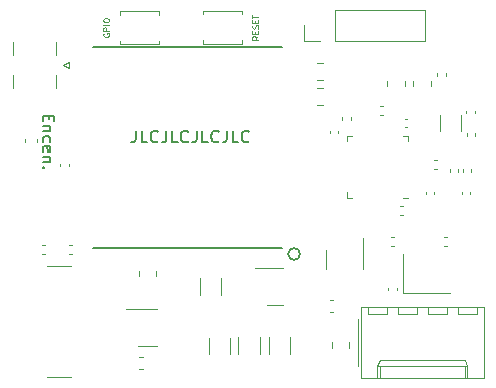
<source format=gbr>
%TF.GenerationSoftware,KiCad,Pcbnew,(6.0.1)*%
%TF.CreationDate,2023-03-02T19:10:53-05:00*%
%TF.ProjectId,PCBFiles_Gateway,50434246-696c-4657-935f-476174657761,rev?*%
%TF.SameCoordinates,Original*%
%TF.FileFunction,Legend,Top*%
%TF.FilePolarity,Positive*%
%FSLAX46Y46*%
G04 Gerber Fmt 4.6, Leading zero omitted, Abs format (unit mm)*
G04 Created by KiCad (PCBNEW (6.0.1)) date 2023-03-02 19:10:53*
%MOMM*%
%LPD*%
G01*
G04 APERTURE LIST*
%ADD10C,0.100000*%
%ADD11C,0.200000*%
%ADD12C,0.120000*%
%ADD13C,0.150000*%
G04 APERTURE END LIST*
D10*
X134150000Y-83950000D02*
X134126190Y-83997619D01*
X134126190Y-84069047D01*
X134150000Y-84140476D01*
X134197619Y-84188095D01*
X134245238Y-84211904D01*
X134340476Y-84235714D01*
X134411904Y-84235714D01*
X134507142Y-84211904D01*
X134554761Y-84188095D01*
X134602380Y-84140476D01*
X134626190Y-84069047D01*
X134626190Y-84021428D01*
X134602380Y-83950000D01*
X134578571Y-83926190D01*
X134411904Y-83926190D01*
X134411904Y-84021428D01*
X134626190Y-83711904D02*
X134126190Y-83711904D01*
X134126190Y-83521428D01*
X134150000Y-83473809D01*
X134173809Y-83450000D01*
X134221428Y-83426190D01*
X134292857Y-83426190D01*
X134340476Y-83450000D01*
X134364285Y-83473809D01*
X134388095Y-83521428D01*
X134388095Y-83711904D01*
X134626190Y-83211904D02*
X134126190Y-83211904D01*
X134126190Y-82878571D02*
X134126190Y-82783333D01*
X134150000Y-82735714D01*
X134197619Y-82688095D01*
X134292857Y-82664285D01*
X134459523Y-82664285D01*
X134554761Y-82688095D01*
X134602380Y-82735714D01*
X134626190Y-82783333D01*
X134626190Y-82878571D01*
X134602380Y-82926190D01*
X134554761Y-82973809D01*
X134459523Y-82997619D01*
X134292857Y-82997619D01*
X134197619Y-82973809D01*
X134150000Y-82926190D01*
X134126190Y-82878571D01*
D11*
X136880952Y-92162380D02*
X136880952Y-92876666D01*
X136833333Y-93019523D01*
X136738095Y-93114761D01*
X136595238Y-93162380D01*
X136500000Y-93162380D01*
X137833333Y-93162380D02*
X137357142Y-93162380D01*
X137357142Y-92162380D01*
X138738095Y-93067142D02*
X138690476Y-93114761D01*
X138547619Y-93162380D01*
X138452380Y-93162380D01*
X138309523Y-93114761D01*
X138214285Y-93019523D01*
X138166666Y-92924285D01*
X138119047Y-92733809D01*
X138119047Y-92590952D01*
X138166666Y-92400476D01*
X138214285Y-92305238D01*
X138309523Y-92210000D01*
X138452380Y-92162380D01*
X138547619Y-92162380D01*
X138690476Y-92210000D01*
X138738095Y-92257619D01*
X139452380Y-92162380D02*
X139452380Y-92876666D01*
X139404761Y-93019523D01*
X139309523Y-93114761D01*
X139166666Y-93162380D01*
X139071428Y-93162380D01*
X140404761Y-93162380D02*
X139928571Y-93162380D01*
X139928571Y-92162380D01*
X141309523Y-93067142D02*
X141261904Y-93114761D01*
X141119047Y-93162380D01*
X141023809Y-93162380D01*
X140880952Y-93114761D01*
X140785714Y-93019523D01*
X140738095Y-92924285D01*
X140690476Y-92733809D01*
X140690476Y-92590952D01*
X140738095Y-92400476D01*
X140785714Y-92305238D01*
X140880952Y-92210000D01*
X141023809Y-92162380D01*
X141119047Y-92162380D01*
X141261904Y-92210000D01*
X141309523Y-92257619D01*
X142023809Y-92162380D02*
X142023809Y-92876666D01*
X141976190Y-93019523D01*
X141880952Y-93114761D01*
X141738095Y-93162380D01*
X141642857Y-93162380D01*
X142976190Y-93162380D02*
X142500000Y-93162380D01*
X142500000Y-92162380D01*
X143880952Y-93067142D02*
X143833333Y-93114761D01*
X143690476Y-93162380D01*
X143595238Y-93162380D01*
X143452380Y-93114761D01*
X143357142Y-93019523D01*
X143309523Y-92924285D01*
X143261904Y-92733809D01*
X143261904Y-92590952D01*
X143309523Y-92400476D01*
X143357142Y-92305238D01*
X143452380Y-92210000D01*
X143595238Y-92162380D01*
X143690476Y-92162380D01*
X143833333Y-92210000D01*
X143880952Y-92257619D01*
X144595238Y-92162380D02*
X144595238Y-92876666D01*
X144547619Y-93019523D01*
X144452380Y-93114761D01*
X144309523Y-93162380D01*
X144214285Y-93162380D01*
X145547619Y-93162380D02*
X145071428Y-93162380D01*
X145071428Y-92162380D01*
X146452380Y-93067142D02*
X146404761Y-93114761D01*
X146261904Y-93162380D01*
X146166666Y-93162380D01*
X146023809Y-93114761D01*
X145928571Y-93019523D01*
X145880952Y-92924285D01*
X145833333Y-92733809D01*
X145833333Y-92590952D01*
X145880952Y-92400476D01*
X145928571Y-92305238D01*
X146023809Y-92210000D01*
X146166666Y-92162380D01*
X146261904Y-92162380D01*
X146404761Y-92210000D01*
X146452380Y-92257619D01*
X129501428Y-90895714D02*
X129501428Y-91229047D01*
X128977619Y-91371904D02*
X128977619Y-90895714D01*
X129977619Y-90895714D01*
X129977619Y-91371904D01*
X129644285Y-91800476D02*
X128977619Y-91800476D01*
X129549047Y-91800476D02*
X129596666Y-91848095D01*
X129644285Y-91943333D01*
X129644285Y-92086190D01*
X129596666Y-92181428D01*
X129501428Y-92229047D01*
X128977619Y-92229047D01*
X129025238Y-93133809D02*
X128977619Y-93038571D01*
X128977619Y-92848095D01*
X129025238Y-92752857D01*
X129072857Y-92705238D01*
X129168095Y-92657619D01*
X129453809Y-92657619D01*
X129549047Y-92705238D01*
X129596666Y-92752857D01*
X129644285Y-92848095D01*
X129644285Y-93038571D01*
X129596666Y-93133809D01*
X129025238Y-93943333D02*
X128977619Y-93848095D01*
X128977619Y-93657619D01*
X129025238Y-93562380D01*
X129120476Y-93514761D01*
X129501428Y-93514761D01*
X129596666Y-93562380D01*
X129644285Y-93657619D01*
X129644285Y-93848095D01*
X129596666Y-93943333D01*
X129501428Y-93990952D01*
X129406190Y-93990952D01*
X129310952Y-93514761D01*
X129644285Y-94419523D02*
X128977619Y-94419523D01*
X129549047Y-94419523D02*
X129596666Y-94467142D01*
X129644285Y-94562380D01*
X129644285Y-94705238D01*
X129596666Y-94800476D01*
X129501428Y-94848095D01*
X128977619Y-94848095D01*
X129072857Y-95324285D02*
X129025238Y-95371904D01*
X128977619Y-95324285D01*
X129025238Y-95276666D01*
X129072857Y-95324285D01*
X128977619Y-95324285D01*
D10*
X147246190Y-84176190D02*
X147008095Y-84342857D01*
X147246190Y-84461904D02*
X146746190Y-84461904D01*
X146746190Y-84271428D01*
X146770000Y-84223809D01*
X146793809Y-84200000D01*
X146841428Y-84176190D01*
X146912857Y-84176190D01*
X146960476Y-84200000D01*
X146984285Y-84223809D01*
X147008095Y-84271428D01*
X147008095Y-84461904D01*
X146984285Y-83961904D02*
X146984285Y-83795238D01*
X147246190Y-83723809D02*
X147246190Y-83961904D01*
X146746190Y-83961904D01*
X146746190Y-83723809D01*
X147222380Y-83533333D02*
X147246190Y-83461904D01*
X147246190Y-83342857D01*
X147222380Y-83295238D01*
X147198571Y-83271428D01*
X147150952Y-83247619D01*
X147103333Y-83247619D01*
X147055714Y-83271428D01*
X147031904Y-83295238D01*
X147008095Y-83342857D01*
X146984285Y-83438095D01*
X146960476Y-83485714D01*
X146936666Y-83509523D01*
X146889047Y-83533333D01*
X146841428Y-83533333D01*
X146793809Y-83509523D01*
X146770000Y-83485714D01*
X146746190Y-83438095D01*
X146746190Y-83319047D01*
X146770000Y-83247619D01*
X146984285Y-83033333D02*
X146984285Y-82866666D01*
X147246190Y-82795238D02*
X147246190Y-83033333D01*
X146746190Y-83033333D01*
X146746190Y-82795238D01*
X146746190Y-82652380D02*
X146746190Y-82366666D01*
X147246190Y-82509523D02*
X146746190Y-82509523D01*
D12*
%TO.C,D2*%
X128490000Y-93140580D02*
X128490000Y-92859420D01*
X127470000Y-93140580D02*
X127470000Y-92859420D01*
%TO.C,C4*%
X148110000Y-109648748D02*
X148110000Y-111071252D01*
X149930000Y-109648748D02*
X149930000Y-111071252D01*
%TO.C,C15*%
X162140000Y-97352164D02*
X162140000Y-97567836D01*
X161420000Y-97352164D02*
X161420000Y-97567836D01*
D13*
%TO.C,U4*%
X149270000Y-85120000D02*
X133270000Y-85120000D01*
X149270000Y-102120000D02*
X133270000Y-102120000D01*
X150770000Y-102620000D02*
G75*
G03*
X150770000Y-102620000I-500000J0D01*
G01*
D12*
%TO.C,R7*%
X158446359Y-101950000D02*
X158753641Y-101950000D01*
X158446359Y-101190000D02*
X158753641Y-101190000D01*
%TO.C,J2*%
X130142500Y-87450000D02*
X130142500Y-88560000D01*
X131192500Y-86860000D02*
X131192500Y-86360000D01*
X126432500Y-87450000D02*
X126432500Y-88560000D01*
X131192500Y-86360000D02*
X130692500Y-86610000D01*
X126432500Y-84660000D02*
X126432500Y-85770000D01*
X130692500Y-86610000D02*
X131192500Y-86860000D01*
X130142500Y-84660000D02*
X130142500Y-85770000D01*
%TO.C,D1*%
X153550580Y-106490000D02*
X153269420Y-106490000D01*
X153550580Y-107510000D02*
X153269420Y-107510000D01*
%TO.C,C6*%
X164170000Y-95647836D02*
X164170000Y-95432164D01*
X163450000Y-95647836D02*
X163450000Y-95432164D01*
%TO.C,F1*%
X137137221Y-111350000D02*
X137462779Y-111350000D01*
X137137221Y-112370000D02*
X137462779Y-112370000D01*
%TO.C,J4*%
X152440000Y-84600000D02*
X151110000Y-84600000D01*
X161390000Y-84600000D02*
X161390000Y-81940000D01*
X153710000Y-84600000D02*
X153710000Y-81940000D01*
X153710000Y-81940000D02*
X161390000Y-81940000D01*
X151110000Y-84600000D02*
X151110000Y-83270000D01*
X153710000Y-84600000D02*
X161390000Y-84600000D01*
%TO.C,C8*%
X159632164Y-91880000D02*
X159847836Y-91880000D01*
X159632164Y-91160000D02*
X159847836Y-91160000D01*
%TO.C,U3*%
X155200000Y-92615000D02*
X154725000Y-92615000D01*
X154725000Y-97835000D02*
X154725000Y-97360000D01*
X159470000Y-97835000D02*
X159945000Y-97835000D01*
X154725000Y-92615000D02*
X154725000Y-93090000D01*
X159470000Y-92615000D02*
X159945000Y-92615000D01*
X155200000Y-97835000D02*
X154725000Y-97835000D01*
X159945000Y-92615000D02*
X159945000Y-93090000D01*
%TO.C,C9*%
X153280000Y-92387836D02*
X153280000Y-92172164D01*
X154000000Y-92387836D02*
X154000000Y-92172164D01*
%TO.C,C19*%
X157552164Y-90810000D02*
X157767836Y-90810000D01*
X157552164Y-90090000D02*
X157767836Y-90090000D01*
%TO.C,C11*%
X155060000Y-91257836D02*
X155060000Y-91042164D01*
X154340000Y-91257836D02*
X154340000Y-91042164D01*
%TO.C,C7*%
X162122164Y-94660000D02*
X162337836Y-94660000D01*
X162122164Y-95380000D02*
X162337836Y-95380000D01*
%TO.C,C3*%
X144860000Y-109688748D02*
X144860000Y-111111252D01*
X143040000Y-109688748D02*
X143040000Y-111111252D01*
%TO.C,SW2*%
X135530000Y-82350000D02*
X135530000Y-82050000D01*
X135530000Y-84850000D02*
X138830000Y-84850000D01*
X135530000Y-82050000D02*
X138830000Y-82050000D01*
X138830000Y-82050000D02*
X138830000Y-82350000D01*
X135530000Y-84550000D02*
X135530000Y-84850000D01*
X138830000Y-84850000D02*
X138830000Y-84550000D01*
%TO.C,Y1*%
X162665000Y-90835000D02*
X162665000Y-92185000D01*
X164415000Y-90835000D02*
X164415000Y-92185000D01*
%TO.C,R2*%
X128896359Y-101860000D02*
X129203641Y-101860000D01*
X128896359Y-102620000D02*
X129203641Y-102620000D01*
%TO.C,C14*%
X165570000Y-90502164D02*
X165570000Y-90717836D01*
X164850000Y-90502164D02*
X164850000Y-90717836D01*
%TO.C,U2*%
X148650000Y-103830000D02*
X146975000Y-103830000D01*
X148650000Y-106950000D02*
X148000000Y-106950000D01*
X148650000Y-103830000D02*
X149300000Y-103830000D01*
X148650000Y-106950000D02*
X149300000Y-106950000D01*
%TO.C,U1*%
X137867500Y-107270000D02*
X136067500Y-107270000D01*
X137867500Y-107270000D02*
X138667500Y-107270000D01*
X137867500Y-110390000D02*
X138667500Y-110390000D01*
X137867500Y-110390000D02*
X137067500Y-110390000D01*
%TO.C,C17*%
X158950000Y-105482164D02*
X158950000Y-105697836D01*
X158230000Y-105482164D02*
X158230000Y-105697836D01*
%TO.C,C20*%
X130490000Y-94992164D02*
X130490000Y-95207836D01*
X131210000Y-94992164D02*
X131210000Y-95207836D01*
%TO.C,U5*%
X156120000Y-103080000D02*
X156120000Y-103880000D01*
X156120000Y-103080000D02*
X156120000Y-101280000D01*
X153000000Y-103080000D02*
X153000000Y-102280000D01*
X153000000Y-103080000D02*
X153000000Y-103880000D01*
%TO.C,R8*%
X137145000Y-104022936D02*
X137145000Y-104477064D01*
X138615000Y-104022936D02*
X138615000Y-104477064D01*
%TO.C,J3*%
X157330000Y-112120000D02*
X164950000Y-112120000D01*
X156530000Y-107100000D02*
X156530000Y-107700000D01*
X159070000Y-107100000D02*
X159070000Y-107700000D01*
X157580000Y-113120000D02*
X157580000Y-112120000D01*
X159070000Y-107700000D02*
X160670000Y-107700000D01*
X165750000Y-107700000D02*
X165750000Y-107100000D01*
X158130000Y-107700000D02*
X158130000Y-107100000D01*
X166330000Y-107100000D02*
X155950000Y-107100000D01*
X160670000Y-107700000D02*
X160670000Y-107100000D01*
X155950000Y-113120000D02*
X166330000Y-113120000D01*
X155660000Y-108130000D02*
X155660000Y-112130000D01*
X164950000Y-112120000D02*
X164950000Y-113120000D01*
X164700000Y-111590000D02*
X164950000Y-112120000D01*
X166330000Y-113120000D02*
X166330000Y-107100000D01*
X161610000Y-107700000D02*
X163210000Y-107700000D01*
X157330000Y-112120000D02*
X157580000Y-111590000D01*
X155950000Y-107100000D02*
X155950000Y-113120000D01*
X164150000Y-107100000D02*
X164150000Y-107700000D01*
X161610000Y-107100000D02*
X161610000Y-107700000D01*
X164150000Y-107700000D02*
X165750000Y-107700000D01*
X163210000Y-107700000D02*
X163210000Y-107100000D01*
X156530000Y-107700000D02*
X158130000Y-107700000D01*
X164700000Y-113120000D02*
X164700000Y-112120000D01*
X157580000Y-111590000D02*
X164700000Y-111590000D01*
X157330000Y-113120000D02*
X157330000Y-112120000D01*
%TO.C,R1*%
X131493641Y-102620000D02*
X131186359Y-102620000D01*
X131493641Y-101860000D02*
X131186359Y-101860000D01*
%TO.C,C5*%
X165290000Y-95647836D02*
X165290000Y-95432164D01*
X164570000Y-95647836D02*
X164570000Y-95432164D01*
%TO.C,C13*%
X164880000Y-92627836D02*
X164880000Y-92412164D01*
X165600000Y-92627836D02*
X165600000Y-92412164D01*
%TO.C,C12*%
X163120000Y-87527836D02*
X163120000Y-87312164D01*
X162400000Y-87527836D02*
X162400000Y-87312164D01*
%TO.C,Y2*%
X159500000Y-102620000D02*
X159500000Y-105920000D01*
X159500000Y-105920000D02*
X163500000Y-105920000D01*
%TO.C,R9*%
X158155000Y-87962936D02*
X158155000Y-88417064D01*
X159625000Y-87962936D02*
X159625000Y-88417064D01*
%TO.C,C10*%
X159242164Y-99300000D02*
X159457836Y-99300000D01*
X159242164Y-98580000D02*
X159457836Y-98580000D01*
%TO.C,R3*%
X153455000Y-110102936D02*
X153455000Y-110557064D01*
X154925000Y-110102936D02*
X154925000Y-110557064D01*
%TO.C,C2*%
X147360000Y-109668748D02*
X147360000Y-111091252D01*
X145540000Y-109668748D02*
X145540000Y-111091252D01*
%TO.C,C1*%
X144090000Y-106091252D02*
X144090000Y-104668748D01*
X142270000Y-106091252D02*
X142270000Y-104668748D01*
%TO.C,C16*%
X164455000Y-97357164D02*
X164455000Y-97572836D01*
X165175000Y-97357164D02*
X165175000Y-97572836D01*
%TO.C,J1*%
X131390000Y-103620000D02*
X129390000Y-103620000D01*
X131390000Y-113020000D02*
X129390000Y-113020000D01*
%TO.C,R6*%
X152242936Y-86425000D02*
X152697064Y-86425000D01*
X152242936Y-87895000D02*
X152697064Y-87895000D01*
%TO.C,R4*%
X161845000Y-87972936D02*
X161845000Y-88427064D01*
X160375000Y-87972936D02*
X160375000Y-88427064D01*
%TO.C,SW1*%
X145900000Y-82030000D02*
X142600000Y-82030000D01*
X145900000Y-84830000D02*
X142600000Y-84830000D01*
X142600000Y-84830000D02*
X142600000Y-84530000D01*
X145900000Y-84530000D02*
X145900000Y-84830000D01*
X142600000Y-82030000D02*
X142600000Y-82330000D01*
X145900000Y-82330000D02*
X145900000Y-82030000D01*
%TO.C,C18*%
X162972164Y-101210000D02*
X163187836Y-101210000D01*
X162972164Y-101930000D02*
X163187836Y-101930000D01*
%TO.C,R5*%
X152222936Y-90015000D02*
X152677064Y-90015000D01*
X152222936Y-88545000D02*
X152677064Y-88545000D01*
%TD*%
M02*

</source>
